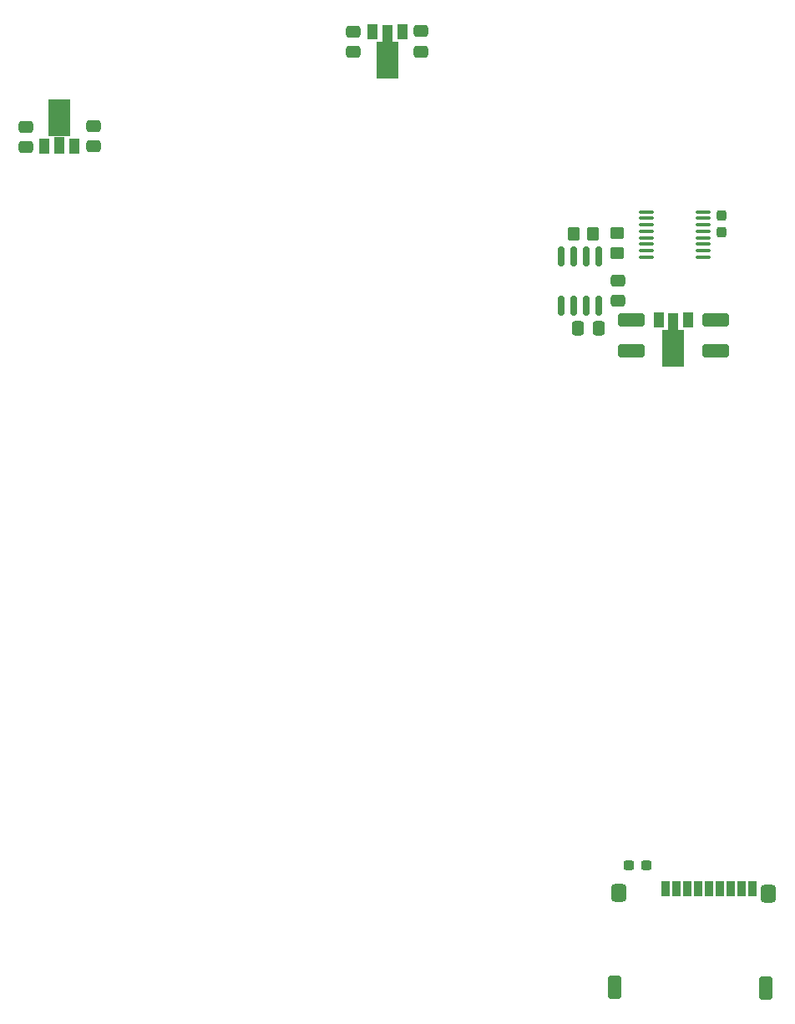
<source format=gbr>
%TF.GenerationSoftware,KiCad,Pcbnew,8.0.3*%
%TF.CreationDate,2024-09-09T16:29:24+03:00*%
%TF.ProjectId,JLC7,4a4c4337-2e6b-4696-9361-645f70636258,rev?*%
%TF.SameCoordinates,Original*%
%TF.FileFunction,Paste,Bot*%
%TF.FilePolarity,Positive*%
%FSLAX46Y46*%
G04 Gerber Fmt 4.6, Leading zero omitted, Abs format (unit mm)*
G04 Created by KiCad (PCBNEW 8.0.3) date 2024-09-09 16:29:24*
%MOMM*%
%LPD*%
G01*
G04 APERTURE LIST*
G04 Aperture macros list*
%AMRoundRect*
0 Rectangle with rounded corners*
0 $1 Rounding radius*
0 $2 $3 $4 $5 $6 $7 $8 $9 X,Y pos of 4 corners*
0 Add a 4 corners polygon primitive as box body*
4,1,4,$2,$3,$4,$5,$6,$7,$8,$9,$2,$3,0*
0 Add four circle primitives for the rounded corners*
1,1,$1+$1,$2,$3*
1,1,$1+$1,$4,$5*
1,1,$1+$1,$6,$7*
1,1,$1+$1,$8,$9*
0 Add four rect primitives between the rounded corners*
20,1,$1+$1,$2,$3,$4,$5,0*
20,1,$1+$1,$4,$5,$6,$7,0*
20,1,$1+$1,$6,$7,$8,$9,0*
20,1,$1+$1,$8,$9,$2,$3,0*%
G04 Aperture macros list end*
%ADD10RoundRect,0.225000X0.225000X0.575000X-0.225000X0.575000X-0.225000X-0.575000X0.225000X-0.575000X0*%
%ADD11RoundRect,0.250000X0.337500X0.475000X-0.337500X0.475000X-0.337500X-0.475000X0.337500X-0.475000X0*%
%ADD12RoundRect,0.250000X0.475000X-0.337500X0.475000X0.337500X-0.475000X0.337500X-0.475000X-0.337500X0*%
%ADD13RoundRect,0.100000X-0.637500X-0.100000X0.637500X-0.100000X0.637500X0.100000X-0.637500X0.100000X0*%
%ADD14R,1.000000X1.500000*%
%ADD15R,1.000000X1.800000*%
%ADD16R,2.200000X3.700000*%
%ADD17RoundRect,0.400000X-0.400000X0.500000X-0.400000X-0.500000X0.400000X-0.500000X0.400000X0.500000X0*%
%ADD18RoundRect,0.350000X0.350000X-0.850000X0.350000X0.850000X-0.350000X0.850000X-0.350000X-0.850000X0*%
%ADD19RoundRect,0.250000X-1.100000X0.412500X-1.100000X-0.412500X1.100000X-0.412500X1.100000X0.412500X0*%
%ADD20RoundRect,0.250000X0.350000X0.450000X-0.350000X0.450000X-0.350000X-0.450000X0.350000X-0.450000X0*%
%ADD21RoundRect,0.250000X-0.475000X0.337500X-0.475000X-0.337500X0.475000X-0.337500X0.475000X0.337500X0*%
%ADD22RoundRect,0.250000X0.450000X-0.350000X0.450000X0.350000X-0.450000X0.350000X-0.450000X-0.350000X0*%
%ADD23RoundRect,0.237500X0.237500X-0.300000X0.237500X0.300000X-0.237500X0.300000X-0.237500X-0.300000X0*%
%ADD24RoundRect,0.400000X0.400000X-0.500000X0.400000X0.500000X-0.400000X0.500000X-0.400000X-0.500000X0*%
%ADD25RoundRect,0.237500X0.300000X0.237500X-0.300000X0.237500X-0.300000X-0.237500X0.300000X-0.237500X0*%
%ADD26RoundRect,0.150000X0.150000X-0.825000X0.150000X0.825000X-0.150000X0.825000X-0.150000X-0.825000X0*%
%ADD27RoundRect,0.225000X-0.225000X-0.575000X0.225000X-0.575000X0.225000X0.575000X-0.225000X0.575000X0*%
G04 APERTURE END LIST*
D10*
%TO.C,*%
X137305000Y-137672506D03*
%TD*%
D11*
%TO.C,C4*%
X126072500Y-80877500D03*
X123997500Y-80877500D03*
%TD*%
D12*
%TO.C,C1*%
X108055000Y-52815000D03*
X108055000Y-50740000D03*
%TD*%
D13*
%TO.C,U1*%
X130910000Y-73632500D03*
X130910000Y-72982500D03*
X130910000Y-72332500D03*
X130910000Y-71682500D03*
X130910000Y-71032500D03*
X130910000Y-70382500D03*
X130910000Y-69732500D03*
X130910000Y-69082500D03*
X136635000Y-69082500D03*
X136635000Y-69732500D03*
X136635000Y-70382500D03*
X136635000Y-71032500D03*
X136635000Y-71682500D03*
X136635000Y-72332500D03*
X136635000Y-72982500D03*
X136635000Y-73632500D03*
%TD*%
D14*
%TO.C,U1*%
X72905000Y-62435000D03*
D15*
X71405000Y-62285000D03*
D16*
X71405000Y-59535000D03*
D14*
X69905000Y-62435000D03*
%TD*%
D17*
%TO.C,*%
X143255000Y-138222506D03*
%TD*%
D18*
%TO.C,*%
X127705000Y-147702506D03*
%TD*%
D14*
%TO.C,U2*%
X132160000Y-80022500D03*
D15*
X133660000Y-80172500D03*
D16*
X133660000Y-82922500D03*
D14*
X135160000Y-80022500D03*
%TD*%
%TO.C,U1*%
X103180000Y-50802500D03*
D15*
X104680000Y-50952500D03*
D16*
X104680000Y-53702500D03*
D14*
X106180000Y-50802500D03*
%TD*%
D19*
%TO.C,C3*%
X129430000Y-80037500D03*
X129430000Y-83162500D03*
%TD*%
D10*
%TO.C,REF\u002A\u002A*%
X132905000Y-137672506D03*
%TD*%
%TO.C,*%
X140605000Y-137672506D03*
%TD*%
%TO.C,*%
X139505000Y-137672506D03*
%TD*%
D20*
%TO.C,R1*%
X125520000Y-71332500D03*
X123520000Y-71332500D03*
%TD*%
D21*
%TO.C,C2*%
X74855000Y-60372500D03*
X74855000Y-62447500D03*
%TD*%
D22*
%TO.C,R2*%
X127990000Y-73222500D03*
X127990000Y-71222500D03*
%TD*%
D23*
%TO.C,C1*%
X138562500Y-71170000D03*
X138562500Y-69445000D03*
%TD*%
D12*
%TO.C,C2*%
X101230000Y-52865000D03*
X101230000Y-50790000D03*
%TD*%
D10*
%TO.C,*%
X134005000Y-137672506D03*
%TD*%
D21*
%TO.C,C1*%
X68030000Y-60422500D03*
X68030000Y-62497500D03*
%TD*%
D24*
%TO.C,*%
X128105000Y-138092506D03*
%TD*%
D25*
%TO.C,C12*%
X130897500Y-135322506D03*
X129172500Y-135322506D03*
%TD*%
D19*
%TO.C,C2*%
X137910000Y-80037500D03*
X137910000Y-83162500D03*
%TD*%
D10*
%TO.C,*%
X136205000Y-137672506D03*
%TD*%
D26*
%TO.C,U3*%
X126065000Y-78567500D03*
X124795000Y-78567500D03*
X123525000Y-78567500D03*
X122255000Y-78567500D03*
X122255000Y-73617500D03*
X123525000Y-73617500D03*
X124795000Y-73617500D03*
X126065000Y-73617500D03*
%TD*%
D10*
%TO.C,*%
X135105000Y-137672506D03*
%TD*%
D27*
%TO.C,*%
X138405000Y-137672506D03*
%TD*%
D18*
%TO.C,*%
X143005000Y-147722506D03*
%TD*%
D12*
%TO.C,C5*%
X128000000Y-78110000D03*
X128000000Y-76035000D03*
%TD*%
D10*
%TO.C,*%
X141705000Y-137672506D03*
%TD*%
M02*

</source>
